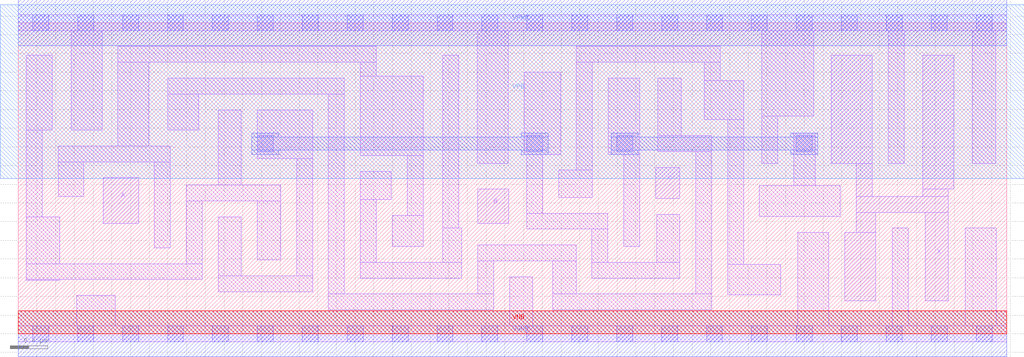
<source format=lef>
# Copyright 2020 The SkyWater PDK Authors
#
# Licensed under the Apache License, Version 2.0 (the "License");
# you may not use this file except in compliance with the License.
# You may obtain a copy of the License at
#
#     https://www.apache.org/licenses/LICENSE-2.0
#
# Unless required by applicable law or agreed to in writing, software
# distributed under the License is distributed on an "AS IS" BASIS,
# WITHOUT WARRANTIES OR CONDITIONS OF ANY KIND, either express or implied.
# See the License for the specific language governing permissions and
# limitations under the License.
#
# SPDX-License-Identifier: Apache-2.0

VERSION 5.7 ;
  NOWIREEXTENSIONATPIN ON ;
  DIVIDERCHAR "/" ;
  BUSBITCHARS "[]" ;
MACRO sky130_fd_sc_ms__xor3_4
  CLASS CORE ;
  FOREIGN sky130_fd_sc_ms__xor3_4 ;
  ORIGIN  0.000000  0.000000 ;
  SIZE  10.56000 BY  3.330000 ;
  SYMMETRY X Y ;
  SITE unit ;
  PIN A
    ANTENNAGATEAREA  0.276000 ;
    DIRECTION INPUT ;
    USE SIGNAL ;
    PORT
      LAYER li1 ;
        RECT 0.910000 1.180000 1.285000 1.670000 ;
    END
  END A
  PIN B
    ANTENNAGATEAREA  0.771000 ;
    DIRECTION INPUT ;
    USE SIGNAL ;
    PORT
      LAYER li1 ;
        RECT 4.910000 1.180000 5.240000 1.550000 ;
    END
  END B
  PIN C
    ANTENNAGATEAREA  0.425400 ;
    DIRECTION INPUT ;
    USE SIGNAL ;
    PORT
      LAYER li1 ;
        RECT 6.810000 1.450000 7.070000 1.780000 ;
    END
  END C
  PIN X
    ANTENNADIFFAREA  1.019200 ;
    DIRECTION OUTPUT ;
    USE SIGNAL ;
    PORT
      LAYER li1 ;
        RECT 8.685000 1.820000 9.125000 2.980000 ;
        RECT 8.830000 0.350000 9.160000 1.085000 ;
        RECT 8.955000 1.085000 9.160000 1.300000 ;
        RECT 8.955000 1.300000 9.940000 1.470000 ;
        RECT 8.955000 1.470000 9.125000 1.820000 ;
        RECT 9.665000 1.470000 9.940000 1.550000 ;
        RECT 9.665000 1.550000 9.995000 2.980000 ;
        RECT 9.690000 0.350000 9.940000 1.300000 ;
    END
  END X
  PIN VGND
    DIRECTION INOUT ;
    USE GROUND ;
    PORT
      LAYER met1 ;
        RECT 0.000000 -0.245000 10.560000 0.245000 ;
    END
  END VGND
  PIN VNB
    DIRECTION INOUT ;
    USE GROUND ;
    PORT
      LAYER pwell ;
        RECT 0.000000 0.000000 10.560000 0.245000 ;
    END
  END VNB
  PIN VPB
    DIRECTION INOUT ;
    USE POWER ;
    PORT
      LAYER nwell ;
        RECT -0.190000 1.660000 10.750000 3.520000 ;
    END
  END VPB
  PIN VPWR
    DIRECTION INOUT ;
    USE POWER ;
    PORT
      LAYER met1 ;
        RECT 0.000000 3.085000 10.560000 3.575000 ;
    END
  END VPWR
  OBS
    LAYER li1 ;
      RECT  0.000000 -0.085000 10.560000 0.085000 ;
      RECT  0.000000  3.245000 10.560000 3.415000 ;
      RECT  0.085000  0.570000  0.445000 0.580000 ;
      RECT  0.085000  0.580000  1.965000 0.750000 ;
      RECT  0.085000  0.750000  0.445000 1.250000 ;
      RECT  0.085000  1.250000  0.255000 2.180000 ;
      RECT  0.085000  2.180000  0.365000 2.980000 ;
      RECT  0.425000  1.470000  0.700000 1.840000 ;
      RECT  0.425000  1.840000  1.625000 2.010000 ;
      RECT  0.565000  2.180000  0.895000 3.245000 ;
      RECT  0.625000  0.085000  1.035000 0.410000 ;
      RECT  1.065000  2.010000  1.395000 2.905000 ;
      RECT  1.065000  2.905000  3.825000 3.075000 ;
      RECT  1.455000  0.920000  1.625000 1.840000 ;
      RECT  1.600000  2.180000  1.930000 2.565000 ;
      RECT  1.600000  2.565000  3.485000 2.735000 ;
      RECT  1.795000  0.750000  1.965000 1.420000 ;
      RECT  1.795000  1.420000  2.805000 1.590000 ;
      RECT  2.135000  0.450000  3.145000 0.620000 ;
      RECT  2.135000  0.620000  2.385000 1.250000 ;
      RECT  2.135000  1.590000  2.385000 2.395000 ;
      RECT  2.555000  0.790000  2.805000 1.420000 ;
      RECT  2.555000  1.875000  3.145000 2.395000 ;
      RECT  2.975000  0.620000  3.145000 1.875000 ;
      RECT  3.315000  0.255000  5.080000 0.425000 ;
      RECT  3.315000  0.425000  3.485000 2.565000 ;
      RECT  3.655000  0.595000  4.740000 0.765000 ;
      RECT  3.655000  0.765000  3.825000 1.435000 ;
      RECT  3.655000  1.435000  3.985000 1.735000 ;
      RECT  3.655000  1.905000  4.325000 2.755000 ;
      RECT  3.655000  2.755000  3.825000 2.905000 ;
      RECT  3.995000  0.935000  4.325000 1.265000 ;
      RECT  4.155000  1.265000  4.325000 1.905000 ;
      RECT  4.535000  0.765000  4.740000 1.130000 ;
      RECT  4.535000  1.130000  4.705000 2.980000 ;
      RECT  4.905000  1.820000  5.235000 3.245000 ;
      RECT  4.910000  0.425000  5.080000 0.780000 ;
      RECT  4.910000  0.780000  5.960000 0.950000 ;
      RECT  5.250000  0.085000  5.500000 0.610000 ;
      RECT  5.405000  1.920000  5.795000 2.800000 ;
      RECT  5.435000  1.120000  6.300000 1.290000 ;
      RECT  5.435000  1.290000  5.605000 1.920000 ;
      RECT  5.710000  0.255000  7.410000 0.425000 ;
      RECT  5.710000  0.425000  5.960000 0.780000 ;
      RECT  5.775000  1.460000  6.135000 1.750000 ;
      RECT  5.965000  1.750000  6.135000 2.905000 ;
      RECT  5.965000  2.905000  7.500000 3.075000 ;
      RECT  6.130000  0.595000  7.070000 0.765000 ;
      RECT  6.130000  0.765000  6.300000 1.120000 ;
      RECT  6.305000  1.920000  6.640000 2.735000 ;
      RECT  6.470000  0.935000  6.640000 1.920000 ;
      RECT  6.820000  0.765000  7.070000 1.275000 ;
      RECT  6.835000  1.950000  7.410000 2.120000 ;
      RECT  6.835000  2.120000  7.085000 2.735000 ;
      RECT  7.240000  0.425000  7.410000 1.950000 ;
      RECT  7.330000  2.290000  7.750000 2.710000 ;
      RECT  7.330000  2.710000  7.500000 2.905000 ;
      RECT  7.580000  0.415000  8.150000 0.745000 ;
      RECT  7.580000  0.745000  7.750000 2.290000 ;
      RECT  7.920000  1.255000  8.785000 1.585000 ;
      RECT  7.945000  1.820000  8.115000 2.330000 ;
      RECT  7.945000  2.330000  8.500000 3.245000 ;
      RECT  8.285000  1.585000  8.515000 2.150000 ;
      RECT  8.330000  0.085000  8.660000 1.085000 ;
      RECT  9.295000  1.820000  9.465000 3.245000 ;
      RECT  9.340000  0.085000  9.510000 1.130000 ;
      RECT 10.120000  0.085000 10.450000 1.130000 ;
      RECT 10.195000  1.820000 10.445000 3.245000 ;
    LAYER mcon ;
      RECT  0.155000 -0.085000  0.325000 0.085000 ;
      RECT  0.155000  3.245000  0.325000 3.415000 ;
      RECT  0.635000 -0.085000  0.805000 0.085000 ;
      RECT  0.635000  3.245000  0.805000 3.415000 ;
      RECT  1.115000 -0.085000  1.285000 0.085000 ;
      RECT  1.115000  3.245000  1.285000 3.415000 ;
      RECT  1.595000 -0.085000  1.765000 0.085000 ;
      RECT  1.595000  3.245000  1.765000 3.415000 ;
      RECT  2.075000 -0.085000  2.245000 0.085000 ;
      RECT  2.075000  3.245000  2.245000 3.415000 ;
      RECT  2.555000 -0.085000  2.725000 0.085000 ;
      RECT  2.555000  1.950000  2.725000 2.120000 ;
      RECT  2.555000  3.245000  2.725000 3.415000 ;
      RECT  3.035000 -0.085000  3.205000 0.085000 ;
      RECT  3.035000  3.245000  3.205000 3.415000 ;
      RECT  3.515000 -0.085000  3.685000 0.085000 ;
      RECT  3.515000  3.245000  3.685000 3.415000 ;
      RECT  3.995000 -0.085000  4.165000 0.085000 ;
      RECT  3.995000  3.245000  4.165000 3.415000 ;
      RECT  4.475000 -0.085000  4.645000 0.085000 ;
      RECT  4.475000  3.245000  4.645000 3.415000 ;
      RECT  4.955000 -0.085000  5.125000 0.085000 ;
      RECT  4.955000  3.245000  5.125000 3.415000 ;
      RECT  5.435000 -0.085000  5.605000 0.085000 ;
      RECT  5.435000  1.950000  5.605000 2.120000 ;
      RECT  5.435000  3.245000  5.605000 3.415000 ;
      RECT  5.915000 -0.085000  6.085000 0.085000 ;
      RECT  5.915000  3.245000  6.085000 3.415000 ;
      RECT  6.395000 -0.085000  6.565000 0.085000 ;
      RECT  6.395000  1.950000  6.565000 2.120000 ;
      RECT  6.395000  3.245000  6.565000 3.415000 ;
      RECT  6.875000 -0.085000  7.045000 0.085000 ;
      RECT  6.875000  3.245000  7.045000 3.415000 ;
      RECT  7.355000 -0.085000  7.525000 0.085000 ;
      RECT  7.355000  3.245000  7.525000 3.415000 ;
      RECT  7.835000 -0.085000  8.005000 0.085000 ;
      RECT  7.835000  3.245000  8.005000 3.415000 ;
      RECT  8.315000 -0.085000  8.485000 0.085000 ;
      RECT  8.315000  1.950000  8.485000 2.120000 ;
      RECT  8.315000  3.245000  8.485000 3.415000 ;
      RECT  8.795000 -0.085000  8.965000 0.085000 ;
      RECT  8.795000  3.245000  8.965000 3.415000 ;
      RECT  9.275000 -0.085000  9.445000 0.085000 ;
      RECT  9.275000  3.245000  9.445000 3.415000 ;
      RECT  9.755000 -0.085000  9.925000 0.085000 ;
      RECT  9.755000  3.245000  9.925000 3.415000 ;
      RECT 10.235000 -0.085000 10.405000 0.085000 ;
      RECT 10.235000  3.245000 10.405000 3.415000 ;
    LAYER met1 ;
      RECT 2.495000 1.920000 2.785000 1.965000 ;
      RECT 2.495000 1.965000 5.665000 2.105000 ;
      RECT 2.495000 2.105000 2.785000 2.150000 ;
      RECT 5.375000 1.920000 5.665000 1.965000 ;
      RECT 5.375000 2.105000 5.665000 2.150000 ;
      RECT 6.335000 1.920000 6.625000 1.965000 ;
      RECT 6.335000 1.965000 8.545000 2.105000 ;
      RECT 6.335000 2.105000 6.625000 2.150000 ;
      RECT 8.255000 1.920000 8.545000 1.965000 ;
      RECT 8.255000 2.105000 8.545000 2.150000 ;
  END
END sky130_fd_sc_ms__xor3_4
END LIBRARY

</source>
